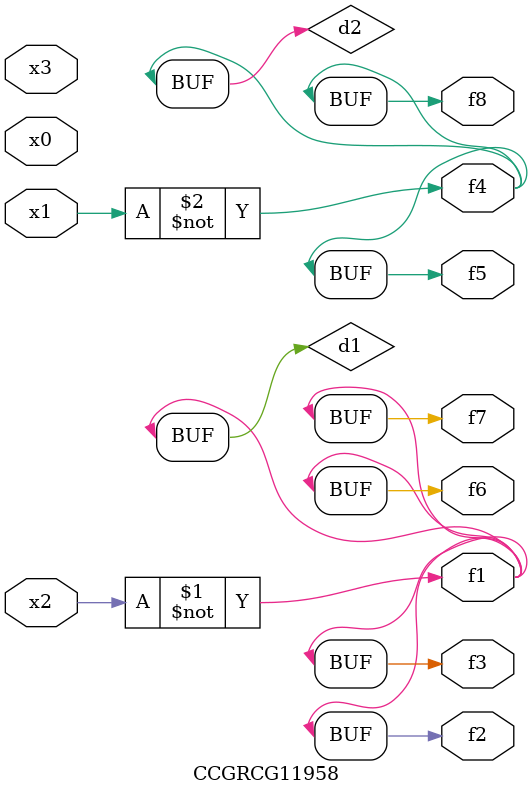
<source format=v>
module CCGRCG11958(
	input x0, x1, x2, x3,
	output f1, f2, f3, f4, f5, f6, f7, f8
);

	wire d1, d2;

	xnor (d1, x2);
	not (d2, x1);
	assign f1 = d1;
	assign f2 = d1;
	assign f3 = d1;
	assign f4 = d2;
	assign f5 = d2;
	assign f6 = d1;
	assign f7 = d1;
	assign f8 = d2;
endmodule

</source>
